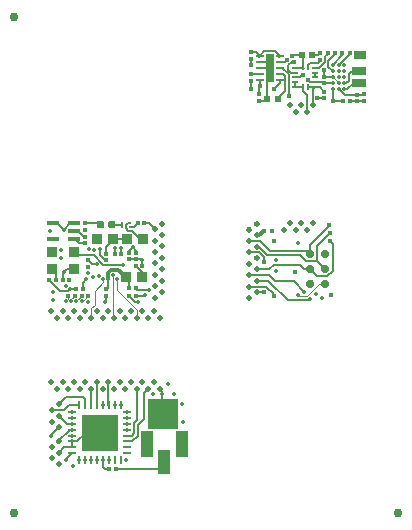
<source format=gbr>
G04 #@! TF.GenerationSoftware,KiCad,Pcbnew,(5.1.0)-1*
G04 #@! TF.CreationDate,2019-05-03T21:31:27-07:00*
G04 #@! TF.ProjectId,Miniscope-v4-PCB-fab-assembly_2,4d696e69-7363-46f7-9065-2d76342d5043,rev?*
G04 #@! TF.SameCoordinates,PX4b8e5e4PY51f011c*
G04 #@! TF.FileFunction,Copper,L1,Top*
G04 #@! TF.FilePolarity,Positive*
%FSLAX46Y46*%
G04 Gerber Fmt 4.6, Leading zero omitted, Abs format (unit mm)*
G04 Created by KiCad (PCBNEW (5.1.0)-1) date 2019-05-03 21:31:27*
%MOMM*%
%LPD*%
G04 APERTURE LIST*
%ADD10C,0.750000*%
%ADD11C,0.508000*%
%ADD12R,0.310000X0.340000*%
%ADD13R,0.340000X0.310000*%
%ADD14C,0.100000*%
%ADD15C,0.590000*%
%ADD16R,0.280000X0.520000*%
%ADD17R,0.280000X0.170000*%
%ADD18R,0.810000X0.870000*%
%ADD19R,0.890000X0.920000*%
%ADD20R,0.880000X0.830000*%
%ADD21R,0.990000X0.340000*%
%ADD22R,1.016000X0.762000*%
%ADD23R,0.580000X0.630000*%
%ADD24R,1.270000X0.762000*%
%ADD25C,0.350000*%
%ADD26R,0.220000X0.610000*%
%ADD27R,0.610000X0.220000*%
%ADD28R,0.640000X2.390000*%
%ADD29R,0.640000X0.270000*%
%ADD30C,0.700000*%
%ADD31R,2.500000X2.500000*%
%ADD32R,1.000000X2.000000*%
%ADD33R,1.050000X2.200000*%
%ADD34R,0.680000X0.260000*%
%ADD35R,0.260000X0.680000*%
%ADD36R,3.100000X3.100000*%
%ADD37C,0.355600*%
%ADD38C,0.450000*%
%ADD39C,0.152400*%
%ADD40C,0.127000*%
%ADD41C,0.076200*%
%ADD42C,0.152000*%
%ADD43C,0.203200*%
%ADD44C,0.177800*%
%ADD45C,0.304800*%
%ADD46C,0.088900*%
%ADD47C,0.114300*%
G04 APERTURE END LIST*
D10*
X34000000Y-43500000D03*
X1500000Y-43500000D03*
X1500000Y-1500000D03*
D11*
X13390400Y-25273793D03*
X14000000Y-24791194D03*
X13390400Y-24308594D03*
X14000000Y-23825995D03*
X13390400Y-23343395D03*
X14000000Y-22860796D03*
X13390400Y-22378196D03*
X14000000Y-21895597D03*
X13390400Y-21412997D03*
X14000000Y-20930398D03*
X13390400Y-20447798D03*
X14000000Y-19965199D03*
X13390400Y-19482599D03*
X14000000Y-19000000D03*
D12*
X12504600Y-18991000D03*
X11954600Y-18991000D03*
X5604600Y-23766200D03*
X6154600Y-23766200D03*
X4461600Y-23766200D03*
X5011600Y-23766200D03*
D13*
X7530600Y-19520000D03*
X7530600Y-18970000D03*
D14*
G36*
X8960158Y-18773310D02*
G01*
X8974476Y-18775434D01*
X8988517Y-18778951D01*
X9002146Y-18783828D01*
X9015231Y-18790017D01*
X9027647Y-18797458D01*
X9039273Y-18806081D01*
X9049998Y-18815802D01*
X9059719Y-18826527D01*
X9068342Y-18838153D01*
X9075783Y-18850569D01*
X9081972Y-18863654D01*
X9086849Y-18877283D01*
X9090366Y-18891324D01*
X9092490Y-18905642D01*
X9093200Y-18920100D01*
X9093200Y-19265100D01*
X9092490Y-19279558D01*
X9090366Y-19293876D01*
X9086849Y-19307917D01*
X9081972Y-19321546D01*
X9075783Y-19334631D01*
X9068342Y-19347047D01*
X9059719Y-19358673D01*
X9049998Y-19369398D01*
X9039273Y-19379119D01*
X9027647Y-19387742D01*
X9015231Y-19395183D01*
X9002146Y-19401372D01*
X8988517Y-19406249D01*
X8974476Y-19409766D01*
X8960158Y-19411890D01*
X8945700Y-19412600D01*
X8650700Y-19412600D01*
X8636242Y-19411890D01*
X8621924Y-19409766D01*
X8607883Y-19406249D01*
X8594254Y-19401372D01*
X8581169Y-19395183D01*
X8568753Y-19387742D01*
X8557127Y-19379119D01*
X8546402Y-19369398D01*
X8536681Y-19358673D01*
X8528058Y-19347047D01*
X8520617Y-19334631D01*
X8514428Y-19321546D01*
X8509551Y-19307917D01*
X8506034Y-19293876D01*
X8503910Y-19279558D01*
X8503200Y-19265100D01*
X8503200Y-18920100D01*
X8503910Y-18905642D01*
X8506034Y-18891324D01*
X8509551Y-18877283D01*
X8514428Y-18863654D01*
X8520617Y-18850569D01*
X8528058Y-18838153D01*
X8536681Y-18826527D01*
X8546402Y-18815802D01*
X8557127Y-18806081D01*
X8568753Y-18797458D01*
X8581169Y-18790017D01*
X8594254Y-18783828D01*
X8607883Y-18778951D01*
X8621924Y-18775434D01*
X8636242Y-18773310D01*
X8650700Y-18772600D01*
X8945700Y-18772600D01*
X8960158Y-18773310D01*
X8960158Y-18773310D01*
G37*
D15*
X8798200Y-19092600D03*
D14*
G36*
X9930158Y-18773310D02*
G01*
X9944476Y-18775434D01*
X9958517Y-18778951D01*
X9972146Y-18783828D01*
X9985231Y-18790017D01*
X9997647Y-18797458D01*
X10009273Y-18806081D01*
X10019998Y-18815802D01*
X10029719Y-18826527D01*
X10038342Y-18838153D01*
X10045783Y-18850569D01*
X10051972Y-18863654D01*
X10056849Y-18877283D01*
X10060366Y-18891324D01*
X10062490Y-18905642D01*
X10063200Y-18920100D01*
X10063200Y-19265100D01*
X10062490Y-19279558D01*
X10060366Y-19293876D01*
X10056849Y-19307917D01*
X10051972Y-19321546D01*
X10045783Y-19334631D01*
X10038342Y-19347047D01*
X10029719Y-19358673D01*
X10019998Y-19369398D01*
X10009273Y-19379119D01*
X9997647Y-19387742D01*
X9985231Y-19395183D01*
X9972146Y-19401372D01*
X9958517Y-19406249D01*
X9944476Y-19409766D01*
X9930158Y-19411890D01*
X9915700Y-19412600D01*
X9620700Y-19412600D01*
X9606242Y-19411890D01*
X9591924Y-19409766D01*
X9577883Y-19406249D01*
X9564254Y-19401372D01*
X9551169Y-19395183D01*
X9538753Y-19387742D01*
X9527127Y-19379119D01*
X9516402Y-19369398D01*
X9506681Y-19358673D01*
X9498058Y-19347047D01*
X9490617Y-19334631D01*
X9484428Y-19321546D01*
X9479551Y-19307917D01*
X9476034Y-19293876D01*
X9473910Y-19279558D01*
X9473200Y-19265100D01*
X9473200Y-18920100D01*
X9473910Y-18905642D01*
X9476034Y-18891324D01*
X9479551Y-18877283D01*
X9484428Y-18863654D01*
X9490617Y-18850569D01*
X9498058Y-18838153D01*
X9506681Y-18826527D01*
X9516402Y-18815802D01*
X9527127Y-18806081D01*
X9538753Y-18797458D01*
X9551169Y-18790017D01*
X9564254Y-18783828D01*
X9577883Y-18778951D01*
X9591924Y-18775434D01*
X9606242Y-18773310D01*
X9620700Y-18772600D01*
X9915700Y-18772600D01*
X9930158Y-18773310D01*
X9930158Y-18773310D01*
G37*
D15*
X9768200Y-19092600D03*
D16*
X10634600Y-19092600D03*
D17*
X11284600Y-18917600D03*
X11284600Y-19267600D03*
D13*
X9275400Y-22089400D03*
X9275400Y-21539400D03*
D12*
X7772400Y-25116400D03*
X7222400Y-25116400D03*
D13*
X11188200Y-21463200D03*
X11188200Y-22013200D03*
D12*
X7289800Y-24506800D03*
X6739800Y-24506800D03*
X11769000Y-22597800D03*
X12319000Y-22597800D03*
X11793400Y-24477400D03*
X11243400Y-24477400D03*
D13*
X9275400Y-24562000D03*
X9275400Y-25112000D03*
D12*
X6087200Y-25104400D03*
X6637200Y-25104400D03*
X10574200Y-21607200D03*
X10024200Y-21607200D03*
X11785600Y-25091000D03*
X11235600Y-25091000D03*
D13*
X7759200Y-22111600D03*
X7759200Y-22661600D03*
X7530600Y-20113000D03*
X7530600Y-20663000D03*
X11790000Y-21463200D03*
X11790000Y-22013200D03*
D18*
X11016200Y-20311800D03*
X12376200Y-20311800D03*
D11*
X13800000Y-27000000D03*
X13317401Y-26390400D03*
X12834801Y-27000000D03*
X12352202Y-26390400D03*
X11869602Y-27000000D03*
X11387003Y-26390400D03*
X10904403Y-27000000D03*
X10421804Y-26390400D03*
X9939204Y-27000000D03*
X9456605Y-26390400D03*
X8974005Y-27000000D03*
X8491406Y-26390400D03*
X8008806Y-27000000D03*
X7526207Y-26390400D03*
X7043607Y-27000000D03*
X6561008Y-26390400D03*
X6078408Y-27000000D03*
X5595809Y-26390400D03*
X5113209Y-27000000D03*
X4630610Y-26390400D03*
D19*
X10955000Y-23486800D03*
X12285000Y-23486800D03*
X8516600Y-20337200D03*
X9846600Y-20337200D03*
D20*
X4706000Y-22835200D03*
X6596000Y-22835200D03*
X6596000Y-21395200D03*
X4706000Y-21395200D03*
D21*
X6586400Y-20276000D03*
X6586400Y-19626000D03*
X6586400Y-18976000D03*
X4766400Y-18976000D03*
X4766400Y-20276000D03*
D22*
X30814620Y-4696940D03*
D13*
X27766620Y-7825540D03*
X27766620Y-8375540D03*
D12*
X29345820Y-8633940D03*
X29895820Y-8633940D03*
D13*
X30509820Y-8654940D03*
X30509820Y-8104940D03*
D11*
X24849716Y-8936454D03*
X25332315Y-9546054D03*
X25814915Y-8936454D03*
X26297514Y-9546054D03*
X26780114Y-8936454D03*
D13*
X22204020Y-8604140D03*
X22204020Y-8054140D03*
X27766620Y-6555540D03*
X27766620Y-7105540D03*
X21518220Y-6902340D03*
X21518220Y-6352340D03*
D23*
X22927420Y-8430740D03*
X23817420Y-8430740D03*
X26738420Y-4747740D03*
X25848420Y-4747740D03*
D24*
X30687620Y-7065740D03*
X30687620Y-6065740D03*
D13*
X21518220Y-5048140D03*
X21518220Y-4498140D03*
D25*
X29460420Y-5601940D03*
X29460420Y-6101940D03*
X29460420Y-6601940D03*
X29460420Y-7101940D03*
X29460420Y-7601940D03*
X28960420Y-5601940D03*
X28960420Y-6101940D03*
X28960420Y-6601940D03*
X28960420Y-7101940D03*
X28960420Y-7601940D03*
X28460420Y-5601940D03*
X28460420Y-6101940D03*
X28460420Y-6601940D03*
X28460420Y-7101940D03*
X28460420Y-7601940D03*
D26*
X26341020Y-7472340D03*
X25941020Y-7472340D03*
D27*
X25296020Y-7427340D03*
X25296020Y-7027340D03*
X25296020Y-6627340D03*
X25296020Y-6227340D03*
X25296020Y-5827340D03*
D26*
X25941020Y-5782340D03*
X26341020Y-5782340D03*
D27*
X26986020Y-5827340D03*
X26986020Y-6227340D03*
X26986020Y-6627340D03*
X26986020Y-7027340D03*
X26986020Y-7427340D03*
D28*
X23118420Y-5839940D03*
D29*
X22278420Y-6839940D03*
X22278420Y-6339940D03*
X22278420Y-5839940D03*
X22278420Y-5339940D03*
X22278420Y-4839940D03*
X23958420Y-4839940D03*
X23958420Y-5339940D03*
X23958420Y-5839940D03*
X23958420Y-6339940D03*
X23958420Y-6839940D03*
D11*
X24351180Y-19569060D03*
X21404780Y-25301453D03*
X22014380Y-24818854D03*
X21404780Y-24336254D03*
X22014380Y-23853655D03*
X21404780Y-23371055D03*
X22014380Y-22888456D03*
X21404780Y-22405856D03*
X22014380Y-21923257D03*
X21404780Y-21440657D03*
X22014380Y-20958058D03*
X21404780Y-20475458D03*
X22014380Y-19992859D03*
X21404780Y-19510259D03*
X22014380Y-19027660D03*
X24833780Y-18959460D03*
X25316379Y-19569060D03*
X25798979Y-18959460D03*
X26281578Y-19569060D03*
X26764178Y-18959460D03*
D30*
X26505980Y-24083860D03*
X27775980Y-24083860D03*
X26505980Y-22813860D03*
X27775980Y-22813860D03*
X26505980Y-21543860D03*
X27775980Y-21543860D03*
D31*
X14089620Y-35147740D03*
D32*
X14191220Y-39185200D03*
D33*
X12716220Y-37685200D03*
X15666220Y-37685200D03*
D11*
X5263120Y-39361600D03*
X4653520Y-38879000D03*
X5263120Y-38396401D03*
X4653520Y-37913801D03*
X5263120Y-37431202D03*
X5298680Y-36242480D03*
X4689080Y-35759880D03*
X5298680Y-35277281D03*
X4689080Y-34794681D03*
X5298680Y-34312082D03*
D12*
X9544200Y-39793400D03*
X10094200Y-39793400D03*
D11*
X13802596Y-33011600D03*
X13319997Y-32402000D03*
X12837397Y-33011600D03*
X12354798Y-32402000D03*
X11872198Y-33011600D03*
X11389599Y-32402000D03*
X10906999Y-33011600D03*
X10424400Y-32402000D03*
X9941800Y-33011600D03*
X9459201Y-32402000D03*
X8976601Y-33011600D03*
X8494002Y-32402000D03*
X8011402Y-33011600D03*
X7528803Y-32402000D03*
X7046203Y-33011600D03*
X6563604Y-32402000D03*
X6081004Y-33011600D03*
X5598405Y-32402000D03*
X5115805Y-33011600D03*
X4633206Y-32402000D03*
D34*
X6413000Y-34944600D03*
X6413000Y-35444600D03*
X6413000Y-35944600D03*
X6413000Y-36444600D03*
X6413000Y-36944600D03*
X6413000Y-37444600D03*
X6413000Y-37944600D03*
X6413000Y-38444600D03*
D35*
X6998000Y-39029600D03*
X7498000Y-39029600D03*
X7998000Y-39029600D03*
X8498000Y-39029600D03*
X8998000Y-39029600D03*
X9498000Y-39029600D03*
X9998000Y-39029600D03*
X10498000Y-39029600D03*
D34*
X11083000Y-38444600D03*
X11083000Y-37944600D03*
X11083000Y-37444600D03*
X11083000Y-36944600D03*
X11083000Y-36444600D03*
X11083000Y-35944600D03*
X11083000Y-35444600D03*
X11083000Y-34944600D03*
D35*
X10498000Y-34359600D03*
X9998000Y-34359600D03*
X9498000Y-34359600D03*
X8998000Y-34359600D03*
X8498000Y-34359600D03*
X7998000Y-34359600D03*
X7498000Y-34359600D03*
X6998000Y-34359600D03*
D36*
X8748000Y-36694600D03*
D37*
X13448800Y-25315600D03*
X13804400Y-27017400D03*
X4609600Y-26382400D03*
X4533400Y-19651400D03*
X6590800Y-19626000D03*
X5742800Y-23096000D03*
X12331200Y-20311800D03*
X7582899Y-23733600D03*
X7759200Y-22661600D03*
X8749800Y-21175400D03*
X9994400Y-21099200D03*
X12305800Y-22064400D03*
X7251197Y-25595003D03*
X5854200Y-25595000D03*
X5473200Y-21277000D03*
X5473200Y-21937400D03*
X12940800Y-24655200D03*
X12610600Y-25010800D03*
X9156198Y-25645800D03*
D38*
X31094020Y-4544540D03*
X26293420Y-9548340D03*
X26344220Y-6805140D03*
X23093020Y-4976340D03*
X25023420Y-4807440D03*
X28046020Y-4544540D03*
X29290620Y-4544540D03*
X27165920Y-8379939D03*
X23118420Y-6220940D03*
X26281580Y-19569060D03*
X21404780Y-25309460D03*
X23296180Y-19599060D03*
X25251980Y-23065150D03*
X26611780Y-23988662D03*
D37*
X13988020Y-33471340D03*
X15689820Y-34258740D03*
X8984220Y-35805600D03*
X8976600Y-36516800D03*
X15504400Y-37659800D03*
X12583400Y-37710600D03*
X9865600Y-35627800D03*
X10975580Y-39051720D03*
X8384780Y-35810680D03*
X8245080Y-37222920D03*
X4630660Y-32404540D03*
X6413000Y-37444600D03*
X6512800Y-39567340D03*
X13480020Y-35020740D03*
X5199620Y-38424340D03*
X4615420Y-36951140D03*
X13276820Y-33445936D03*
X8572000Y-20388000D03*
X5676400Y-19549806D03*
X5066800Y-20286400D03*
X14007600Y-19016400D03*
X5600200Y-26407811D03*
D38*
X21988980Y-19010260D03*
D37*
X4666220Y-38881540D03*
X15791420Y-35808140D03*
X5598405Y-32402000D03*
X4787400Y-25468000D03*
X6336774Y-25595000D03*
X10858000Y-23436000D03*
X9457890Y-23690000D03*
X4812800Y-24782200D03*
X13982200Y-24807600D03*
X13321800Y-26382400D03*
X6590800Y-20286400D03*
X6768587Y-25595000D03*
X10553200Y-21099200D03*
X11975600Y-25620400D03*
X27944380Y-21554860D03*
X23702580Y-23053460D03*
D38*
X22674780Y-24826858D03*
D37*
X23677180Y-22081919D03*
X14007600Y-19956200D03*
X5117600Y-26992000D03*
X7530600Y-19524400D03*
X6260600Y-24502800D03*
X11518400Y-21022994D03*
X8495800Y-22445400D03*
X4965200Y-21454800D03*
X12280401Y-23232800D03*
D38*
X26776020Y-8938740D03*
X27411020Y-4595340D03*
X27766620Y-5992340D03*
X22278420Y-7313140D03*
X31094020Y-8583140D03*
X26764180Y-18959460D03*
X22649380Y-19594460D03*
D37*
X5115805Y-33011600D03*
X4689080Y-35759880D03*
X14996400Y-33443400D03*
X6159000Y-23766200D03*
X10731000Y-22521600D03*
X9846600Y-20337200D03*
X13398000Y-24299600D03*
X7749601Y-25620400D03*
D38*
X23487580Y-25131660D03*
D37*
X7530600Y-26407810D03*
X9461000Y-26407810D03*
X10908800Y-26992000D03*
X12356600Y-26407800D03*
X13982200Y-22877200D03*
X8648200Y-23410600D03*
X7048000Y-26992000D03*
X8978400Y-26992000D03*
X10426200Y-26407810D03*
X12839200Y-27017400D03*
X13372600Y-21404000D03*
X5854200Y-24299600D03*
D38*
X22652488Y-22215929D03*
X28288180Y-25030060D03*
D37*
X14007600Y-21912000D03*
X7784600Y-23207400D03*
D38*
X21988980Y-21905860D03*
D37*
X27551580Y-25309460D03*
X13372600Y-22369200D03*
X8191000Y-23486800D03*
D38*
X21404780Y-22413860D03*
D37*
X27055380Y-24958460D03*
X8013200Y-26992000D03*
X9003800Y-23715400D03*
X8495800Y-26407810D03*
X9854878Y-23376516D03*
X11391400Y-26407810D03*
X10197600Y-23664606D03*
X14007600Y-20946800D03*
X7835400Y-21175400D03*
D38*
X28211980Y-19823060D03*
D37*
X13372600Y-20464200D03*
X8292600Y-21200800D03*
D38*
X28186580Y-19111860D03*
X21379380Y-19467460D03*
X23462180Y-20508860D03*
D37*
X14007600Y-23817000D03*
X6565400Y-26382400D03*
X13372600Y-23334400D03*
X6082800Y-26992000D03*
D38*
X28223780Y-20488060D03*
X25328220Y-9548340D03*
X25912420Y-6424140D03*
X31094020Y-8024340D03*
X25316363Y-19569060D03*
D37*
X26055738Y-24801460D03*
D38*
X25810820Y-8938740D03*
X25150420Y-5357340D03*
X28452420Y-8583140D03*
X25798980Y-18959460D03*
D37*
X26560980Y-25360260D03*
D38*
X24833780Y-18959460D03*
D37*
X25538009Y-20642831D03*
X25556780Y-25050950D03*
D38*
X24351180Y-19569060D03*
X28630220Y-4544540D03*
X29900220Y-4544540D03*
X21569020Y-5611340D03*
X27411020Y-5179534D03*
X24845620Y-8938740D03*
X24591620Y-5154140D03*
X24744020Y-8176740D03*
X23474020Y-7592540D03*
X21569020Y-7617940D03*
D37*
X5260580Y-39364140D03*
X7998000Y-39029600D03*
X13330160Y-32396920D03*
X14505000Y-32607740D03*
X8998000Y-34362889D03*
X10498000Y-34362889D03*
X8998000Y-39029600D03*
X14128000Y-39793400D03*
X8498000Y-39029600D03*
X7000480Y-39036480D03*
X7500860Y-39028860D03*
X9498000Y-39029600D03*
X10906999Y-33011600D03*
X6413000Y-35944600D03*
X7528803Y-32402000D03*
X6413000Y-35444600D03*
X7046203Y-33011600D03*
X6413000Y-34944600D03*
X6413000Y-36944600D03*
X6563604Y-32402000D03*
X4653520Y-37913801D03*
X6413000Y-36444600D03*
X6088527Y-33004077D03*
X5225020Y-37484540D03*
X5893396Y-39016516D03*
X12352488Y-32399744D03*
X11083000Y-36444600D03*
X11389599Y-32402000D03*
X11083000Y-35944600D03*
X10429480Y-32404540D03*
X11083000Y-35444600D03*
X9926560Y-33001440D03*
X11049240Y-34939460D03*
X8966440Y-33019220D03*
X9995140Y-34362889D03*
D39*
X5604600Y-23443800D02*
X5604600Y-23766200D01*
X5604600Y-23234200D02*
X5604600Y-23443800D01*
X6003600Y-22835200D02*
X5742800Y-23096000D01*
X6596000Y-22835200D02*
X6003600Y-22835200D01*
X5742800Y-23096000D02*
X5604600Y-23234200D01*
D40*
X12331200Y-20311800D02*
X12376200Y-20311800D01*
D39*
X7289800Y-24026699D02*
X7582899Y-23733600D01*
X7289800Y-24506800D02*
X7289800Y-24026699D01*
X12254600Y-22013200D02*
X12305800Y-22064400D01*
X11256600Y-22013200D02*
X12254600Y-22013200D01*
X12319000Y-22077600D02*
X12305800Y-22064400D01*
X12319000Y-22576400D02*
X12319000Y-22077600D01*
D41*
X7772400Y-25116400D02*
X7772400Y-25131400D01*
X7308797Y-25595003D02*
X7251197Y-25595003D01*
X7772400Y-25131400D02*
X7308797Y-25595003D01*
X6087200Y-25104400D02*
X6087200Y-25362000D01*
X6087200Y-25362000D02*
X5854200Y-25595000D01*
D39*
X7408000Y-20113000D02*
X7530600Y-20113000D01*
X6586400Y-19626000D02*
X6921000Y-19626000D01*
X6921000Y-19626000D02*
X7408000Y-20113000D01*
X11756204Y-24553600D02*
X11857804Y-24655200D01*
X12689353Y-24655200D02*
X12940800Y-24655200D01*
X11857804Y-24655200D02*
X12689353Y-24655200D01*
X11785600Y-25091000D02*
X12530400Y-25091000D01*
X12530400Y-25091000D02*
X12610600Y-25010800D01*
X10024200Y-21129000D02*
X9994400Y-21099200D01*
X10024200Y-21441200D02*
X10024200Y-21129000D01*
D40*
X12178800Y-20311800D02*
X12331200Y-20311800D01*
X11160000Y-18917600D02*
X10941656Y-19135944D01*
X11284600Y-18917600D02*
X11160000Y-18917600D01*
X10941656Y-19135944D02*
X10941656Y-19401118D01*
X10941656Y-19401118D02*
X11166538Y-19626000D01*
X11166538Y-19626000D02*
X11493000Y-19626000D01*
X11493000Y-19626000D02*
X12178800Y-20311800D01*
D39*
X9155800Y-22089400D02*
X9275400Y-22089400D01*
X8749800Y-21175400D02*
X8749800Y-21683400D01*
X8749800Y-21683400D02*
X9155800Y-22089400D01*
X9275400Y-25526598D02*
X9156198Y-25645800D01*
X9275400Y-25112000D02*
X9275400Y-25526598D01*
D42*
X22278420Y-5839940D02*
X23118420Y-5839940D01*
X23016820Y-5416140D02*
X23093020Y-4976340D01*
X22278420Y-5339940D02*
X23093020Y-5339940D01*
X25296020Y-7027340D02*
X25296020Y-7427340D01*
X25896020Y-7427340D02*
X25941020Y-7472340D01*
X25296020Y-7427340D02*
X25896020Y-7427340D01*
X27688420Y-7027340D02*
X27766620Y-7105540D01*
X26986020Y-7027340D02*
X27688420Y-7027340D01*
X28456820Y-7105540D02*
X28460420Y-7101940D01*
X27766620Y-7105540D02*
X28456820Y-7105540D01*
X25296020Y-5827340D02*
X26001220Y-5827340D01*
X25941020Y-7784162D02*
X25941020Y-7472340D01*
X26293420Y-8136562D02*
X25941020Y-7784162D01*
X26293420Y-9548340D02*
X26293420Y-8136562D01*
X26986020Y-7027340D02*
X26566420Y-7027340D01*
X26566420Y-7027340D02*
X26344220Y-6805140D01*
X25941020Y-4883740D02*
X26077020Y-4747740D01*
X25941020Y-5782340D02*
X25941020Y-4883740D01*
X23093020Y-4976340D02*
X23016820Y-5073540D01*
X22978220Y-8379940D02*
X22927420Y-8430740D01*
X23118420Y-5839940D02*
X22978220Y-5980140D01*
X22978220Y-5980140D02*
X23118420Y-6220940D01*
X22754020Y-8604140D02*
X22927420Y-8430740D01*
X22204020Y-8604140D02*
X22754020Y-8604140D01*
X25848420Y-4747740D02*
X25083120Y-4747740D01*
X25083120Y-4747740D02*
X25023420Y-4807440D01*
X27842820Y-4823940D02*
X27969820Y-4696940D01*
X27842820Y-5324788D02*
X27842820Y-4823940D01*
X26986020Y-5827340D02*
X27340268Y-5827340D01*
X27340268Y-5827340D02*
X27842820Y-5324788D01*
X27969820Y-4696940D02*
X27969820Y-4671540D01*
X27969820Y-4671540D02*
X28046020Y-4595340D01*
X29290620Y-4722340D02*
X29290620Y-4620740D01*
X28460420Y-5601940D02*
X28460420Y-5552540D01*
X28460420Y-5552540D02*
X29290620Y-4722340D01*
X29290620Y-4620740D02*
X29290620Y-4595340D01*
X27762221Y-8379939D02*
X27766620Y-8375540D01*
X27165920Y-8379939D02*
X27762221Y-8379939D01*
D43*
X22927420Y-6030940D02*
X23118420Y-5839940D01*
X22927420Y-8430740D02*
X22927420Y-6030940D01*
D44*
X7630000Y-36694600D02*
X8748000Y-36694600D01*
X6413000Y-37444600D02*
X6413000Y-37944600D01*
X7579200Y-36694600D02*
X8748000Y-36694600D01*
X6829200Y-37444600D02*
X7579200Y-36694600D01*
X6413000Y-37444600D02*
X6829200Y-37444600D01*
X6413000Y-37444600D02*
X6780200Y-37444600D01*
X8829280Y-36694600D02*
X9550640Y-35973240D01*
X8748000Y-36694600D02*
X8829280Y-36694600D01*
X8748000Y-36450760D02*
X7874240Y-35577000D01*
X8748000Y-36694600D02*
X8748000Y-36450760D01*
D40*
X13802596Y-35157896D02*
X13876260Y-35231560D01*
X12596840Y-37659800D02*
X12571440Y-37685200D01*
D44*
X6413000Y-37944600D02*
X5714921Y-37944600D01*
X5714921Y-37944600D02*
X5268200Y-38391320D01*
D43*
X13988020Y-33268140D02*
X13988020Y-33471340D01*
D39*
X13802596Y-33011600D02*
X13802596Y-33082716D01*
D43*
X13802596Y-33082716D02*
X13988020Y-33268140D01*
D39*
X13988020Y-35046140D02*
X14089620Y-35147740D01*
D43*
X13988020Y-33471340D02*
X13988020Y-35046140D01*
D44*
X5268200Y-38391320D02*
X5263120Y-38396401D01*
X5298680Y-36242480D02*
X4615420Y-36925740D01*
X4615420Y-36925740D02*
X4615420Y-36951140D01*
D39*
X5091400Y-18976000D02*
X5676400Y-19561000D01*
X6586400Y-18976000D02*
X6261400Y-18976000D01*
X4766400Y-18976000D02*
X5091400Y-18976000D01*
X5676400Y-19561000D02*
X5676400Y-19549806D01*
X6261400Y-18976000D02*
X5676400Y-19561000D01*
D41*
X10756400Y-23359800D02*
X10858000Y-23436000D01*
X6336774Y-25419826D02*
X6336774Y-25595000D01*
X6637200Y-25119400D02*
X6336774Y-25419826D01*
X6637200Y-25104400D02*
X6637200Y-25119400D01*
X11210200Y-23460200D02*
X11234400Y-23436000D01*
D39*
X11210200Y-24557600D02*
X11210200Y-23460200D01*
D45*
X10299200Y-22902600D02*
X9727318Y-22902600D01*
X9448476Y-23680586D02*
X9457890Y-23690000D01*
X10756400Y-23359800D02*
X10299200Y-22902600D01*
X9727318Y-22902600D02*
X9448476Y-23181442D01*
X9448476Y-23181442D02*
X9448476Y-23680586D01*
D39*
X9461000Y-23693110D02*
X9457890Y-23690000D01*
X9461000Y-24426600D02*
X9461000Y-23693110D01*
X9275400Y-24562000D02*
X9325600Y-24562000D01*
X9325600Y-24562000D02*
X9461000Y-24426600D01*
X6973400Y-20663000D02*
X6586400Y-20276000D01*
X7530600Y-20663000D02*
X6973400Y-20663000D01*
D41*
X6768587Y-25585213D02*
X6768587Y-25595000D01*
X7222400Y-25131400D02*
X6768587Y-25585213D01*
X7222400Y-25116400D02*
X7222400Y-25131400D01*
D39*
X10553200Y-21586200D02*
X10574200Y-21607200D01*
X10553200Y-21099200D02*
X10553200Y-21586200D01*
X11235600Y-25091000D02*
X11235600Y-25106000D01*
X11235600Y-25106000D02*
X11750000Y-25620400D01*
X11750000Y-25620400D02*
X11975600Y-25620400D01*
D43*
X22666776Y-24818854D02*
X22674780Y-24826858D01*
X22014380Y-24818854D02*
X22666776Y-24818854D01*
D39*
X6735800Y-24502800D02*
X6739800Y-24506800D01*
X6260600Y-24502800D02*
X6735800Y-24502800D01*
X11790000Y-21294594D02*
X11518400Y-21022994D01*
X11790000Y-21463200D02*
X11790000Y-21294594D01*
X11256600Y-21284794D02*
X11518400Y-21022994D01*
X11256600Y-21463200D02*
X11256600Y-21284794D01*
X8089400Y-22445400D02*
X8495800Y-22445400D01*
X7759200Y-22111600D02*
X8089400Y-22441800D01*
X8089400Y-22441800D02*
X8089400Y-22445400D01*
X6082801Y-24680599D02*
X6260600Y-24502800D01*
X5360999Y-24680599D02*
X6082801Y-24680599D01*
X4461600Y-23781200D02*
X5360999Y-24680599D01*
X4461600Y-23766200D02*
X4461600Y-23781200D01*
X11769000Y-22576400D02*
X11769000Y-22591400D01*
X11769000Y-22591400D02*
X12280401Y-23102801D01*
X12280401Y-23102801D02*
X12280401Y-23232800D01*
D42*
X26386020Y-7427340D02*
X26341020Y-7472340D01*
X26986020Y-7427340D02*
X26386020Y-7427340D01*
X27813020Y-6601940D02*
X27766620Y-6555540D01*
X28460420Y-6601940D02*
X27813020Y-6601940D01*
X26738420Y-4747740D02*
X27258620Y-4747740D01*
X27258620Y-4747740D02*
X27411020Y-4595340D01*
X27751620Y-7825540D02*
X27766620Y-7825540D01*
X26780114Y-8936454D02*
X26780114Y-8797046D01*
X26776020Y-8938740D02*
X26778306Y-8936454D01*
X26778306Y-8936454D02*
X26780114Y-8936454D01*
X27766620Y-6555540D02*
X27766620Y-5992340D01*
X22278420Y-6839940D02*
X22278420Y-7313140D01*
X22204020Y-8054140D02*
X22204020Y-7387540D01*
X22204020Y-7387540D02*
X22278420Y-7313140D01*
D46*
X28460420Y-6601940D02*
X28960420Y-7101940D01*
D42*
X26986020Y-7435340D02*
X26986020Y-7427340D01*
X26776020Y-7645340D02*
X26986020Y-7435340D01*
X26776020Y-8938740D02*
X26776020Y-7645340D01*
X27368420Y-7427340D02*
X27766620Y-7825540D01*
X26986020Y-7427340D02*
X27368420Y-7427340D01*
X30488820Y-8633940D02*
X30509820Y-8654940D01*
X29895820Y-8633940D02*
X30488820Y-8633940D01*
X30509820Y-8654940D02*
X31022220Y-8654940D01*
X31022220Y-8654940D02*
X31094020Y-8583140D01*
D45*
X22250981Y-19992859D02*
X22649380Y-19594460D01*
D43*
X22014380Y-19992859D02*
X22250981Y-19992859D01*
D39*
X5011600Y-23140800D02*
X4706000Y-22835200D01*
X5011600Y-23766200D02*
X5011600Y-23140800D01*
X10686325Y-22476925D02*
X10731000Y-22521600D01*
X9035325Y-22476925D02*
X10686325Y-22476925D01*
X8241800Y-21683400D02*
X9035325Y-22476925D01*
X6596000Y-21395200D02*
X6884200Y-21683400D01*
X6884200Y-21683400D02*
X8241800Y-21683400D01*
X10990800Y-20337200D02*
X11016200Y-20311800D01*
X9846600Y-20337200D02*
X9846600Y-20337200D01*
X9846600Y-20337200D02*
X10990800Y-20337200D01*
X9275400Y-20954600D02*
X9275400Y-21539400D01*
X9846600Y-20337200D02*
X9846600Y-20383400D01*
X9846600Y-20383400D02*
X9275400Y-20954600D01*
X9768200Y-19092600D02*
X10634600Y-19092600D01*
X11678000Y-19267600D02*
X11954600Y-18991000D01*
X11284600Y-19267600D02*
X11678000Y-19267600D01*
D47*
X23487580Y-24979260D02*
X23487580Y-25131660D01*
D39*
X21404780Y-24336254D02*
X22844574Y-24336254D01*
X22844574Y-24336254D02*
X23487580Y-24979260D01*
X22259815Y-21440657D02*
X22652488Y-21833330D01*
X22652488Y-21897731D02*
X22652488Y-22215929D01*
X22652488Y-21833330D02*
X22652488Y-21897731D01*
X21404780Y-21440657D02*
X22259815Y-21440657D01*
D41*
X8008806Y-26183594D02*
X8008806Y-27000000D01*
X8299461Y-25892939D02*
X8008806Y-26183594D01*
X8299461Y-24671186D02*
X8299461Y-25892939D01*
X9003800Y-23715400D02*
X9003800Y-23966847D01*
X9003800Y-23966847D02*
X8299461Y-24671186D01*
X9854878Y-26928678D02*
X9854878Y-23627963D01*
X9854878Y-23627963D02*
X9854878Y-23376516D01*
X9943600Y-27017400D02*
X9854878Y-26928678D01*
X11869602Y-26327913D02*
X10197600Y-24655911D01*
X11869602Y-27000000D02*
X11869602Y-26327913D01*
X10197600Y-23916053D02*
X10197600Y-23664606D01*
X10197600Y-24655911D02*
X10197600Y-23916053D01*
D39*
X27151980Y-22189860D02*
X27775980Y-22813860D01*
X27986981Y-20048059D02*
X28211980Y-19823060D01*
X27151980Y-22189860D02*
X27151980Y-20883060D01*
X27151980Y-20883060D02*
X27986981Y-20048059D01*
X22209578Y-20958058D02*
X22014380Y-20958058D01*
X22917929Y-21666409D02*
X22209578Y-20958058D01*
X25668329Y-21666409D02*
X22917929Y-21666409D01*
X26191780Y-22189860D02*
X25668329Y-21666409D01*
X27151980Y-22189860D02*
X26191780Y-22189860D01*
X26339180Y-21377060D02*
X26505980Y-21543860D01*
X26283780Y-21321660D02*
X26505980Y-21543860D01*
X23131980Y-21321660D02*
X26283780Y-21321660D01*
X21404780Y-20475458D02*
X22285778Y-20475458D01*
X22285778Y-20475458D02*
X23131980Y-21321660D01*
X26505980Y-20792460D02*
X27961581Y-19336859D01*
X26505980Y-21543860D02*
X26505980Y-20792460D01*
X27961581Y-19336859D02*
X28186580Y-19111860D01*
X8675600Y-18970000D02*
X8798200Y-19092600D01*
X7530600Y-18970000D02*
X8675600Y-18970000D01*
X12898801Y-18991000D02*
X13390400Y-19482599D01*
X12504600Y-18991000D02*
X12898801Y-18991000D01*
X28448779Y-20713059D02*
X28223780Y-20488060D01*
X28448779Y-23031661D02*
X28448779Y-20713059D01*
X28020580Y-23459860D02*
X28448779Y-23031661D01*
X26505980Y-22813860D02*
X27151980Y-23459860D01*
X27151980Y-23459860D02*
X28020580Y-23459860D01*
X25694566Y-22497420D02*
X23477739Y-22497420D01*
X26505980Y-22813860D02*
X26011006Y-22813860D01*
X23086703Y-22888456D02*
X22373590Y-22888456D01*
X23477739Y-22497420D02*
X23086703Y-22888456D01*
X26011006Y-22813860D02*
X25694566Y-22497420D01*
X22373590Y-22888456D02*
X22014380Y-22888456D01*
D42*
X25296020Y-6627340D02*
X25709220Y-6627340D01*
X25709220Y-6627340D02*
X25912420Y-6424140D01*
X29463420Y-8104940D02*
X30509820Y-8104940D01*
X28960420Y-7601940D02*
X29463420Y-8104940D01*
X30509820Y-8104940D02*
X31013420Y-8104940D01*
X31013420Y-8104940D02*
X31094020Y-8024340D01*
D39*
X21763990Y-23371055D02*
X21404780Y-23371055D01*
X23098575Y-23371055D02*
X21763990Y-23371055D01*
X23586980Y-23859460D02*
X23098575Y-23371055D01*
X26064780Y-24780660D02*
X25143580Y-23859460D01*
X25143580Y-23859460D02*
X23586980Y-23859460D01*
D42*
X25023420Y-5306540D02*
X25150420Y-5306540D01*
X24718620Y-5611340D02*
X25023420Y-5306540D01*
X24718620Y-5992340D02*
X24718620Y-5611340D01*
X25296020Y-6227340D02*
X24953620Y-6227340D01*
X24953620Y-6227340D02*
X24718620Y-5992340D01*
X28460420Y-8633940D02*
X28452420Y-8583140D01*
X28460420Y-7601940D02*
X28460420Y-8633940D01*
X28503220Y-8633940D02*
X28452420Y-8583140D01*
X29345820Y-8633940D02*
X28503220Y-8633940D01*
D39*
X22998257Y-23853655D02*
X22014380Y-23853655D01*
X24636462Y-25491860D02*
X22998257Y-23853655D01*
X26420380Y-25491860D02*
X24636462Y-25491860D01*
X26572780Y-25339460D02*
X26420380Y-25491860D01*
D47*
X25659862Y-25154032D02*
X25556780Y-25050950D01*
X26259208Y-25154032D02*
X25659862Y-25154032D01*
X27322980Y-24090260D02*
X26259208Y-25154032D01*
X27775980Y-24083860D02*
X27769580Y-24090260D01*
X27769580Y-24090260D02*
X27322980Y-24090260D01*
D42*
X26986020Y-6227340D02*
X26986020Y-6627340D01*
X28096820Y-5230340D02*
X28655620Y-4671540D01*
X28460420Y-6101940D02*
X28096820Y-5738340D01*
X28096820Y-5738340D02*
X28096820Y-5230340D01*
X28655620Y-4671540D02*
X28655620Y-4671540D01*
X28960420Y-5601940D02*
X29916220Y-4646140D01*
X29916220Y-4646140D02*
X29916220Y-4646140D01*
X21518220Y-5048140D02*
X21518220Y-5560540D01*
X21518220Y-5560540D02*
X21569020Y-5611340D01*
X26341020Y-5782340D02*
X26341020Y-5587340D01*
X26341020Y-5587340D02*
X26523827Y-5404533D01*
X27186021Y-5404533D02*
X27411020Y-5179534D01*
X26523827Y-5404533D02*
X27186021Y-5404533D01*
X23882220Y-4901940D02*
X23882220Y-4916140D01*
X23550220Y-4417540D02*
X23958420Y-4825740D01*
X22661220Y-4417540D02*
X23550220Y-4417540D01*
X22202220Y-4916140D02*
X22202220Y-4876540D01*
X22278420Y-4800340D02*
X22661220Y-4417540D01*
X21936620Y-4498140D02*
X21518220Y-4498140D01*
X22278420Y-4839940D02*
X21936620Y-4498140D01*
X21530620Y-6339940D02*
X21518220Y-6352340D01*
X22278420Y-6339940D02*
X21530620Y-6339940D01*
X24430420Y-5339940D02*
X24591620Y-5178740D01*
X24591620Y-5178740D02*
X24591620Y-5128740D01*
X23958420Y-5339940D02*
X24430420Y-5339940D01*
X24744020Y-6373718D02*
X24744020Y-8176740D01*
X23958420Y-5839940D02*
X24210242Y-5839940D01*
X24210242Y-5839940D02*
X24744020Y-6373718D01*
X23817420Y-8405740D02*
X23817420Y-8430740D01*
X24464620Y-7758540D02*
X23817420Y-8405740D01*
X24464620Y-6525740D02*
X24464620Y-7758540D01*
X24278820Y-6339940D02*
X24464620Y-6525740D01*
X23958420Y-6339940D02*
X24278820Y-6339940D01*
X23958420Y-6839940D02*
X23958420Y-7108140D01*
X23958420Y-7108140D02*
X23474020Y-7592540D01*
X21569020Y-6953140D02*
X21518220Y-6902340D01*
X21569020Y-7617940D02*
X21569020Y-6953140D01*
X30131620Y-6065740D02*
X30687620Y-6065740D01*
X29824020Y-6373340D02*
X30131620Y-6065740D01*
X29824020Y-6906740D02*
X29824020Y-6373340D01*
X29460420Y-7101940D02*
X29628820Y-7101940D01*
X29628820Y-7101940D02*
X29824020Y-6906740D01*
X29687620Y-7601940D02*
X29460420Y-7601940D01*
X30687620Y-7065740D02*
X30223820Y-7065740D01*
X30223820Y-7065740D02*
X29687620Y-7601940D01*
D43*
X8998000Y-39586200D02*
X8998000Y-39029600D01*
X9544200Y-39793400D02*
X9205200Y-39793400D01*
X9205200Y-39793400D02*
X8998000Y-39586200D01*
X10376200Y-39793400D02*
X10094200Y-39793400D01*
X14046440Y-39185200D02*
X14046440Y-39793400D01*
X14046440Y-39793400D02*
X10376200Y-39793400D01*
D44*
X5965999Y-35944600D02*
X6413000Y-35944600D01*
X5298680Y-35277281D02*
X5965999Y-35944600D01*
D40*
X6386140Y-36971460D02*
X6413000Y-36944600D01*
D41*
X6563604Y-32402000D02*
X6449305Y-32516299D01*
D40*
X6345500Y-36377100D02*
X6413000Y-36444600D01*
D44*
X6413000Y-36444600D02*
X6203000Y-36444600D01*
X6203000Y-36444600D02*
X5225020Y-37422580D01*
X5225020Y-37422580D02*
X5225020Y-37484540D01*
X5979400Y-38878200D02*
X6413000Y-38444600D01*
D40*
X5979400Y-38980600D02*
X5979400Y-38878200D01*
X11240989Y-37444600D02*
X11083000Y-37444600D01*
X11293000Y-37444600D02*
X11083000Y-37444600D01*
D44*
X12464020Y-33384977D02*
X12837397Y-33011600D01*
X12464020Y-35518580D02*
X12464020Y-33384977D01*
X11956020Y-36026580D02*
X12464020Y-35518580D01*
X11956020Y-36976540D02*
X11956020Y-36026580D01*
X11083000Y-37444600D02*
X11487960Y-37444600D01*
X11487960Y-37444600D02*
X11956020Y-36976540D01*
X11429160Y-36944600D02*
X11083000Y-36944600D01*
X11651220Y-36722540D02*
X11429160Y-36944600D01*
X11651220Y-35858940D02*
X11651220Y-36722540D01*
X11872198Y-33011600D02*
X11872198Y-35637962D01*
X11872198Y-35637962D02*
X11651220Y-35858940D01*
D41*
X11293000Y-36444600D02*
X11083000Y-36444600D01*
D40*
X12354798Y-32402000D02*
X12354744Y-32402000D01*
X12354744Y-32402000D02*
X12352488Y-32399744D01*
D41*
X9459201Y-34320801D02*
X9498000Y-34359600D01*
D44*
X9459201Y-32402000D02*
X9459201Y-34320801D01*
D41*
X8494002Y-34355602D02*
X8498000Y-34359600D01*
D39*
X8494002Y-32402000D02*
X8494002Y-34355602D01*
D40*
X7998000Y-33025002D02*
X8011402Y-33011600D01*
D41*
X8011402Y-34346198D02*
X7998000Y-34359600D01*
D39*
X8011402Y-33011600D02*
X8011402Y-34346198D01*
D44*
X5048290Y-34794681D02*
X4689080Y-34794681D01*
X5669519Y-34794681D02*
X5048290Y-34794681D01*
X6998000Y-34359600D02*
X6104600Y-34359600D01*
X6104600Y-34359600D02*
X5669519Y-34794681D01*
X7498000Y-33892600D02*
X7302800Y-33697400D01*
X7498000Y-34359600D02*
X7498000Y-33892600D01*
X5913362Y-33697400D02*
X5298680Y-34312082D01*
X7302800Y-33697400D02*
X5913362Y-33697400D01*
M02*

</source>
